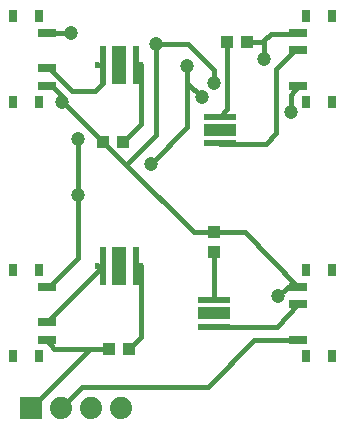
<source format=gtl>
G75*
G70*
%OFA0B0*%
%FSLAX24Y24*%
%IPPOS*%
%LPD*%
%AMOC8*
5,1,8,0,0,1.08239X$1,22.5*
%
%ADD10R,0.0394X0.0433*%
%ADD11R,0.0433X0.0394*%
%ADD12R,0.0740X0.0740*%
%ADD13C,0.0740*%
%ADD14R,0.0591X0.0276*%
%ADD15R,0.0315X0.0394*%
%ADD16R,0.0512X0.1299*%
%ADD17R,0.0197X0.1299*%
%ADD18R,0.0157X0.0197*%
%ADD19R,0.1102X0.0394*%
%ADD20R,0.1102X0.0217*%
%ADD21C,0.0160*%
%ADD22C,0.0472*%
D10*
X003899Y003643D03*
X004569Y003643D03*
X004372Y010533D03*
X003702Y010533D03*
X007836Y013880D03*
X008506Y013880D03*
D11*
X007383Y007521D03*
X007383Y006852D03*
D12*
X001281Y001675D03*
D13*
X002281Y001675D03*
X003281Y001675D03*
X004281Y001675D03*
D14*
X001813Y003939D03*
X001813Y004529D03*
X001813Y005710D03*
X001813Y012403D03*
X001813Y012994D03*
X001813Y014175D03*
X010198Y014175D03*
X010198Y013584D03*
X010198Y012403D03*
X010198Y005710D03*
X010198Y005120D03*
X010198Y003939D03*
D15*
X010454Y003387D03*
X011320Y003387D03*
X011320Y006261D03*
X010454Y006261D03*
X010454Y011852D03*
X011320Y011852D03*
X011320Y014726D03*
X010454Y014726D03*
X001557Y014726D03*
X000691Y014726D03*
X000691Y011852D03*
X001557Y011852D03*
X001557Y006261D03*
X000691Y006261D03*
X000691Y003387D03*
X001557Y003387D03*
D16*
X004234Y006399D03*
X004234Y013092D03*
D17*
X004785Y013092D03*
X003683Y013092D03*
X003683Y006399D03*
X004785Y006399D03*
D18*
X004962Y006399D03*
X003506Y006399D03*
X003506Y013092D03*
X004962Y013092D03*
D19*
X007580Y010927D03*
X007383Y004824D03*
D20*
X007383Y004380D03*
X007383Y005269D03*
X007580Y010482D03*
X007580Y011372D03*
D21*
X007836Y011628D01*
X007836Y013880D01*
X008506Y013880D02*
X009017Y013880D01*
X009057Y013919D01*
X009057Y013305D01*
X009462Y012950D02*
X009462Y010828D01*
X009112Y010478D01*
X007584Y010478D01*
X007580Y010482D01*
X006502Y011017D02*
X005293Y009809D01*
X004468Y009767D02*
X005470Y010769D01*
X005470Y013789D01*
X006529Y013789D01*
X007383Y012935D01*
X007383Y012502D01*
X006978Y012037D02*
X006502Y012513D01*
X006502Y013076D01*
X006502Y011017D01*
X004962Y011124D02*
X004962Y013092D01*
X004785Y013092D01*
X003683Y013092D02*
X003506Y013092D01*
X003679Y013088D02*
X003683Y013092D01*
X003679Y013088D02*
X003679Y012486D01*
X003439Y012246D01*
X002643Y012246D01*
X001895Y012994D01*
X001813Y012994D01*
X001813Y012403D02*
X001777Y012399D01*
X001990Y012399D01*
X002324Y012065D01*
X002324Y011911D01*
X003702Y010533D01*
X004468Y009767D01*
X006714Y007521D01*
X007383Y007521D01*
X008427Y007521D01*
X010198Y005710D01*
X009848Y005710D01*
X009533Y005395D01*
X010198Y005120D02*
X009498Y004380D01*
X007383Y004380D01*
X007383Y005269D02*
X007383Y006852D01*
X008738Y003939D02*
X007179Y002380D01*
X002986Y002380D01*
X002281Y001675D01*
X001281Y001675D02*
X003250Y003643D01*
X003899Y003643D01*
X002065Y003643D01*
X001813Y003939D01*
X001813Y004529D02*
X003683Y006399D01*
X003506Y006399D01*
X002856Y006675D02*
X002856Y008761D01*
X002856Y010631D01*
X002324Y011872D02*
X002324Y011911D01*
X002620Y014175D02*
X001813Y014175D01*
X004962Y011124D02*
X004372Y010533D01*
X002856Y006675D02*
X001891Y005710D01*
X001813Y005710D01*
X004569Y003643D02*
X004962Y004037D01*
X004962Y006399D01*
X004785Y006399D01*
X008738Y003939D02*
X010198Y003939D01*
X009943Y011517D02*
X009943Y012108D01*
X010198Y012403D01*
X009462Y012950D02*
X010096Y013584D01*
X010198Y013584D01*
X010202Y014139D02*
X010198Y014175D01*
X010202Y014139D02*
X009277Y014139D01*
X009057Y013919D01*
D22*
X009057Y013305D03*
X009943Y011517D03*
X007383Y012502D03*
X006978Y012037D03*
X006502Y013076D03*
X005470Y013789D03*
X002856Y010631D03*
X002324Y011872D03*
X002620Y014175D03*
X005293Y009809D03*
X002856Y008761D03*
X009533Y005395D03*
M02*

</source>
